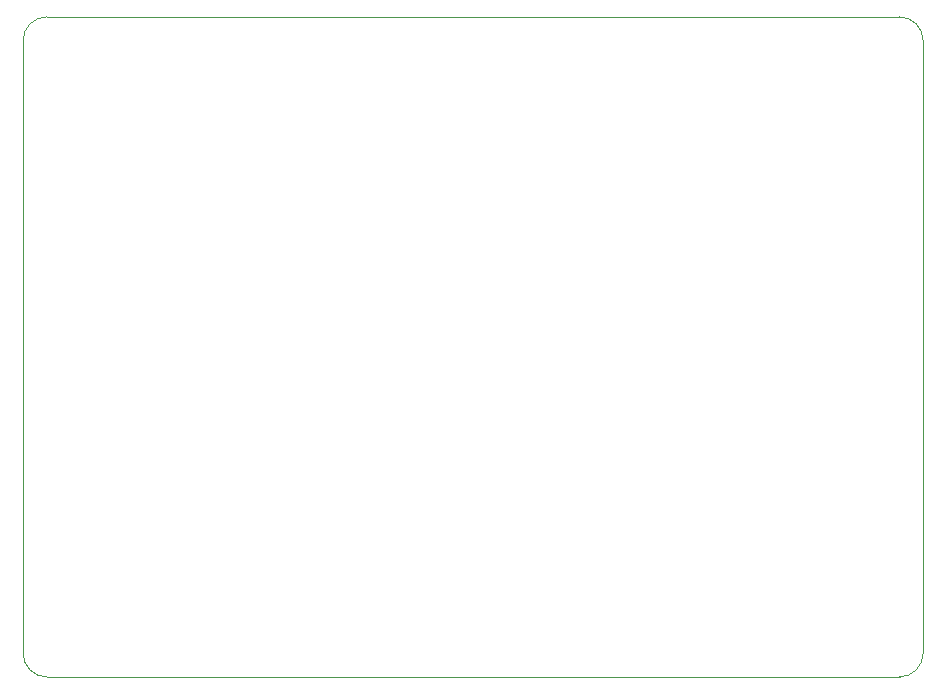
<source format=gbr>
%TF.GenerationSoftware,KiCad,Pcbnew,8.0.2*%
%TF.CreationDate,2024-06-16T16:42:44+02:00*%
%TF.ProjectId,bspdv3,62737064-7633-42e6-9b69-6361645f7063,rev?*%
%TF.SameCoordinates,Original*%
%TF.FileFunction,Profile,NP*%
%FSLAX46Y46*%
G04 Gerber Fmt 4.6, Leading zero omitted, Abs format (unit mm)*
G04 Created by KiCad (PCBNEW 8.0.2) date 2024-06-16 16:42:44*
%MOMM*%
%LPD*%
G01*
G04 APERTURE LIST*
%TA.AperFunction,Profile*%
%ADD10C,0.100000*%
%TD*%
G04 APERTURE END LIST*
D10*
X17780000Y-17240000D02*
G75*
G02*
X19780000Y-15240000I2000000J0D01*
G01*
X19780000Y-71120000D02*
G75*
G02*
X17780000Y-69120000I0J2000000D01*
G01*
X91980000Y-15240000D02*
G75*
G02*
X93980000Y-17240000I0J-2000000D01*
G01*
X93980000Y-17240000D02*
X93980000Y-69120000D01*
X17780000Y-69120000D02*
X17780000Y-17240000D01*
X93980000Y-69120000D02*
G75*
G02*
X91980000Y-71120000I-2000000J0D01*
G01*
X19780000Y-15240000D02*
X91980000Y-15240000D01*
X91980000Y-71120000D02*
X19780000Y-71120000D01*
M02*

</source>
